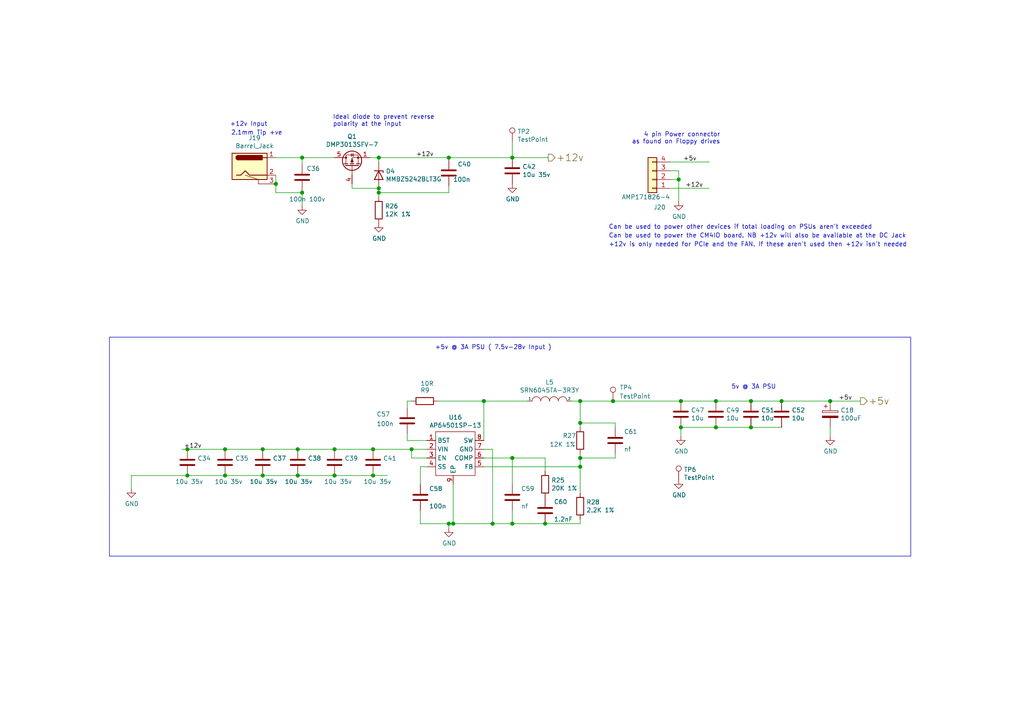
<source format=kicad_sch>
(kicad_sch (version 20250114) (generator "eeschema") (generator_version "9.0")
  (paper "A4")
  (title_block (title "Compute Module 4 IO USB3 Board - PSUs") (company "Copyright © 2020-2022 Raspberry Pi Ltd (formerly Raspberry Pi (Trading) Ltd.)") (comment 1 "www.raspberrypi.com"))
  (lib_symbols
    (symbol "CM4IO:AP64351"
      (property "Reference" "U" (at 0 8.89 0))
      (property "Value" "AP64351" (at 1.27 6.35 0))
      (symbol "AP64351_0_1"
        (rectangle (start -5.08 5.08) (end 6.35 -7.62))
      )
      (symbol "AP64351_1_1"
        (pin passive line (at -7.62 2.54 0) (length 2.54) (name "BST") (number "1"))
        (pin power_in line (at -7.62 0 0) (length 2.54) (name "VIN") (number "2"))
        (pin input line (at -7.62 -2.54 0) (length 2.54) (name "EN") (number "3"))
        (pin input line (at -7.62 -5.08 0) (length 2.54) (name "SS") (number "4"))
        (pin passive line (at 0 -10.16 90) (length 2.54) (name "EP") (number "9"))
        (pin output line (at 8.89 2.54 180) (length 2.54) (name "SW") (number "8"))
        (pin power_in line (at 8.89 0 180) (length 2.54) (name "GND") (number "7"))
        (pin input line (at 8.89 -2.54 180) (length 2.54) (name "COMP") (number "6"))
        (pin input line (at 8.89 -5.08 180) (length 2.54) (name "FB") (number "5"))
      )
    )
    (symbol "CM4IO:Barrel_Jack"
      (property "Reference" "J" (at 0 5.334 0))
      (property "Value" "Barrel_Jack" (at 0 -5.08 0))
      (symbol "Barrel_Jack_0_1"
        (rectangle (start -5.08 3.81) (end 5.08 -3.81) (stroke (width 0.254)) (fill (type background)))
        (polyline (pts (xy -3.81 -2.54) (xy -2.54 -2.54) (xy -1.27 -1.27) (xy 0 -2.54) (xy 2.54 -2.54) (xy 5.08 -2.54)) (stroke (width 0.254)))
        (arc (start -3.302 1.905) (mid -3.9342 2.54) (end -3.302 3.175) (stroke (width 0.254)))
        (arc (start -3.302 1.905) (mid -3.9342 2.54) (end -3.302 3.175) (stroke (width 0.254)) (fill (type outline)))
        (rectangle (start 3.683 3.175) (end -3.302 1.905) (stroke (width 0.254)) (fill (type outline)))
        (polyline (pts (xy 5.08 2.54) (xy 3.81 2.54)) (stroke (width 0.254)))
        (polyline (pts (xy 5.08 -5.08) (xy 2.54 -5.08) (xy 2.54 -3.81) (xy -1.27 -2.54)))
      )
      (symbol "Barrel_Jack_1_1"
        (pin passive line (at 7.62 2.54 180) (length 2.54) (name "~") (number "1"))
        (pin passive line (at 7.62 -2.54 180) (length 2.54) (name "~") (number "2"))
        (pin passive line (at 7.62 -5.08 180) (length 2.54) (name "~") (number "3"))
      )
    )
    (symbol "Connector:TestPoint" (pin_numbers (hide yes)) (pin_names (offset 0.762) (hide yes))
      (property "Reference" "TP" (at 0 6.858 0))
      (property "Value" "TestPoint" (at 0 5.08 0))
      (symbol "TestPoint_0_1"
        (circle (center 0 3.302) (radius 0.762))
      )
      (symbol "TestPoint_1_1"
        (pin passive line (at 0 0 90) (length 2.54) (name "1") (number "1"))
      )
    )
    (symbol "Connector_Generic:Conn_01x04" (pin_names (hide yes))
      (property "Reference" "J" (at 0 5.08 0))
      (property "Value" "Conn_01x04" (at 0 -7.62 0))
      (symbol "Conn_01x04_1_1"
        (rectangle (start -1.27 3.81) (end 1.27 -6.35) (stroke (width 0.254)) (fill (type background)))
        (rectangle (start -1.27 2.667) (end 0 2.413))
        (rectangle (start -1.27 0.127) (end 0 -0.127))
        (rectangle (start -1.27 -2.413) (end 0 -2.667))
        (rectangle (start -1.27 -4.953) (end 0 -5.207))
        (pin passive line (at -5.08 2.54 0) (length 3.81) (name "Pin_1") (number "1"))
        (pin passive line (at -5.08 0 0) (length 3.81) (name "Pin_2") (number "2"))
        (pin passive line (at -5.08 -2.54 0) (length 3.81) (name "Pin_3") (number "3"))
        (pin passive line (at -5.08 -5.08 0) (length 3.81) (name "Pin_4") (number "4"))
      )
    )
    (symbol "Device:C" (pin_numbers (hide yes)) (pin_names (offset 0.254))
      (property "Reference" "C" (at 0.635 2.54 0))
      (property "Value" "C" (at 0.635 -2.54 0))
      (symbol "C_0_1"
        (polyline (pts (xy -2.032 0.762) (xy 2.032 0.762)) (stroke (width 0.508)))
        (polyline (pts (xy -2.032 -0.762) (xy 2.032 -0.762)) (stroke (width 0.508)))
      )
      (symbol "C_1_1"
        (pin passive line (at 0 3.81 270) (length 2.794) (name "~") (number "1"))
        (pin passive line (at 0 -3.81 90) (length 2.794) (name "~") (number "2"))
      )
    )
    (symbol "Device:CP" (pin_numbers (hide yes)) (pin_names (offset 0.254))
      (property "Reference" "C" (at 0.635 2.54 0))
      (property "Value" "CP" (at 0.635 -2.54 0))
      (symbol "CP_0_1"
        (rectangle (start -2.286 0.508) (end 2.286 1.016))
        (polyline (pts (xy -1.778 2.286) (xy -0.762 2.286)))
        (polyline (pts (xy -1.27 2.794) (xy -1.27 1.778)))
        (rectangle (start 2.286 -0.508) (end -2.286 -1.016) (fill (type outline)))
      )
      (symbol "CP_1_1"
        (pin passive line (at 0 3.81 270) (length 2.794) (name "~") (number "1"))
        (pin passive line (at 0 -3.81 90) (length 2.794) (name "~") (number "2"))
      )
    )
    (symbol "Device:R" (pin_numbers (hide yes)) (pin_names (offset 0))
      (property "Reference" "R" (at 2.032 0 90))
      (property "Value" "R" (at 0 0 90))
      (symbol "R_0_1"
        (rectangle (start -1.016 -2.54) (end 1.016 2.54) (stroke (width 0.254)))
      )
      (symbol "R_1_1"
        (pin passive line (at 0 3.81 270) (length 1.27) (name "~") (number "1"))
        (pin passive line (at 0 -3.81 90) (length 1.27) (name "~") (number "2"))
      )
    )
    (symbol "Diode:BZX84Cxx" (pin_numbers (hide yes)) (pin_names (hide yes))
      (property "Reference" "D" (at 0 2.54 0))
      (property "Value" "BZX84Cxx" (at 0 -2.54 0))
      (symbol "BZX84Cxx_0_1"
        (polyline (pts (xy -1.27 -1.27) (xy -1.27 1.27) (xy -0.762 1.27)) (stroke (width 0.254)))
        (polyline (pts (xy 1.27 0) (xy -1.27 0)))
        (polyline (pts (xy 1.27 -1.27) (xy 1.27 1.27) (xy -1.27 0) (xy 1.27 -1.27)) (stroke (width 0.254)))
      )
      (symbol "BZX84Cxx_1_1"
        (pin passive line (at -3.81 0 0) (length 2.54) (name "K") (number "1"))
        (pin passive line (at 3.81 0 180) (length 2.54) (name "A") (number "2"))
      )
    )
    (symbol "Transistor_FET:DMP3013SFV" (pin_names (hide yes))
      (property "Reference" "Q" (at 5.08 1.905 0))
      (property "Value" "DMP3013SFV" (at 5.08 0 0))
      (symbol "DMP3013SFV_0_1"
        (polyline (pts (xy 0.254 1.905) (xy 0.254 -1.905)) (stroke (width 0.254)))
        (polyline (pts (xy 0.254 0) (xy -2.54 0)))
        (polyline (pts (xy 0.762 2.286) (xy 0.762 1.27)) (stroke (width 0.254)))
        (polyline (pts (xy 0.762 1.778) (xy 3.302 1.778) (xy 3.302 -1.778) (xy 0.762 -1.778)))
        (polyline (pts (xy 0.762 0.508) (xy 0.762 -0.508)) (stroke (width 0.254)))
        (polyline (pts (xy 0.762 -1.27) (xy 0.762 -2.286)) (stroke (width 0.254)))
        (circle (center 1.651 0) (radius 2.794) (stroke (width 0.254)))
        (polyline (pts (xy 2.286 0) (xy 1.27 0.381) (xy 1.27 -0.381) (xy 2.286 0)) (fill (type outline)))
        (polyline (pts (xy 2.54 2.54) (xy 2.54 1.778)))
        (circle (center 2.54 1.778) (radius 0.254) (fill (type outline)))
        (circle (center 2.54 -1.778) (radius 0.254) (fill (type outline)))
        (polyline (pts (xy 2.54 -2.54) (xy 2.54 0) (xy 0.762 0)))
        (polyline (pts (xy 2.794 -0.508) (xy 2.921 -0.381) (xy 3.683 -0.381) (xy 3.81 -0.254)))
        (polyline (pts (xy 3.302 -0.381) (xy 2.921 0.254) (xy 3.683 0.254) (xy 3.302 -0.381)))
      )
      (symbol "DMP3013SFV_1_1"
        (pin passive line (at -5.08 0 0) (length 2.54) (name "G") (number "4"))
        (pin passive line (at 2.54 5.08 270) (length 2.54) (name "D") (number "5"))
        (pin passive line (at 2.54 -5.08 90) (length 2.54) (name "S") (number "1"))
        (pin passive line (at 2.54 -5.08 90) (length 2.54) (hide yes) (name "S") (number "2"))
        (pin passive line (at 2.54 -5.08 90) (length 2.54) (hide yes) (name "S") (number "3"))
      )
    )
    (symbol "power:GND" (power) (pin_names (offset 0))
      (property "Value" "GND" (at 0 -3.81 0))
      (symbol "GND_0_1"
        (polyline (pts (xy 0 0) (xy 0 -1.27) (xy 1.27 -1.27) (xy 0 -2.54) (xy -1.27 -1.27) (xy 0 -1.27)))
      )
      (symbol "GND_1_1"
        (pin power_in line (at 0 0 270) (length 0) (hide yes) (name "GND") (number "1"))
      )
    )
    (symbol "pspice:INDUCTOR" (pin_numbers (hide yes)) (pin_names (offset 0))
      (property "Reference" "L" (at 0 2.54 0))
      (property "Value" "INDUCTOR" (at 0 -1.27 0))
      (symbol "INDUCTOR_0_1"
        (arc (start -5.08 0) (mid -3.81 1.2645) (end -2.54 0))
        (arc (start -2.54 0) (mid -1.27 1.2645) (end 0 0))
        (arc (start 0 0) (mid 1.27 1.2645) (end 2.54 0))
        (arc (start 2.54 0) (mid 3.81 1.2645) (end 5.08 0))
      )
      (symbol "INDUCTOR_1_1"
        (pin input line (at -6.35 0 0) (length 1.27) (name "1") (number "1"))
        (pin input line (at 6.35 0 180) (length 1.27) (name "2") (number "2"))
      )
    )
  )
  (text "+5v @ 3A PSU ( 7.5v-28v Input )" (at 160.02 101.6 0) (effects (font (size 1.27 1.27)) (justify right bottom)))
  (text "Can be used to power the CM4IO board. NB +12v will also be available at the DC Jack" (at 176.53 69.215 0) (effects (font (size 1.27 1.27)) (justify left bottom)))
  (text "+12v is only needed for PCIe and the FAN. If these aren't used then +12v isn't needed" (at 176.53 71.755 0) (effects (font (size 1.27 1.27)) (justify left bottom)))
  (text "Ideal diode to prevent reverse\npolarity at the input" (at 96.52 36.83 0) (effects (font (size 1.27 1.27)) (justify left bottom)))
  (text "+12v Input" (at 66.675 36.83 0) (effects (font (size 1.27 1.27)) (justify left bottom)))
  (text "2.1mm Tip +ve" (at 81.915 39.37 0) (effects (font (size 1.27 1.27)) (justify right bottom)))
  (text "Can be used to power other devices if total loading on PSUs aren't exceeded" (at 176.53 66.675 0) (effects (font (size 1.27 1.27)) (justify left bottom)))
  (text "4 pin Power connector\nas found on Floppy drives" (at 208.915 41.91 0) (effects (font (size 1.27 1.27)) (justify right bottom)))
  (text "5v @ 3A PSU\n" (at 212.09 113.03 0) (effects (font (size 1.27 1.27)) (justify left bottom)))
  (junction (at 142.875 151.892) (diameter 1.016))
  (junction (at 54.356 130.302) (diameter 1.016))
  (junction (at 131.445 151.892) (diameter 1.016))
  (junction (at 87.63 55.88) (diameter 1.016))
  (junction (at 130.175 151.892) (diameter 1.016))
  (junction (at 86.36 137.922) (diameter 1.016))
  (junction (at 217.805 123.952) (diameter 1.016))
  (junction (at 97.028 130.302) (diameter 1.016))
  (junction (at 86.36 130.302) (diameter 1.016))
  (junction (at 240.792 116.332) (diameter 1.016))
  (junction (at 108.204 130.302) (diameter 1.016))
  (junction (at 168.275 122.682) (diameter 1.016))
  (junction (at 197.485 123.952) (diameter 1.016))
  (junction (at 226.695 116.332) (diameter 1.016))
  (junction (at 148.59 45.72) (diameter 1.016))
  (junction (at 196.85 52.07) (diameter 1.016))
  (junction (at 177.8 116.332) (diameter 1.016))
  (junction (at 168.275 116.332) (diameter 1.016))
  (junction (at 109.855 54.61) (diameter 1.016))
  (junction (at 217.805 116.332) (diameter 1.016))
  (junction (at 168.275 132.842) (diameter 1.016))
  (junction (at 65.278 137.922) (diameter 1.016))
  (junction (at 168.275 135.382) (diameter 1.016))
  (junction (at 119.38 130.302) (diameter 1.016))
  (junction (at 87.63 45.72) (diameter 1.016))
  (junction (at 65.278 130.302) (diameter 1.016))
  (junction (at 148.59 132.842) (diameter 1.016))
  (junction (at 97.028 137.922) (diameter 1.016))
  (junction (at 207.645 123.952) (diameter 1.016))
  (junction (at 54.356 137.922) (diameter 1.016))
  (junction (at 197.485 116.332) (diameter 1.016))
  (junction (at 158.115 151.892) (diameter 1.016))
  (junction (at 80.01 53.34) (diameter 1.016))
  (junction (at 207.645 116.332) (diameter 1.016))
  (junction (at 76.2 137.922) (diameter 1.016))
  (junction (at 109.855 45.72) (diameter 1.016))
  (junction (at 109.855 55.88) (diameter 1.016))
  (junction (at 140.335 116.332) (diameter 1.016))
  (junction (at 108.204 137.922) (diameter 1.016))
  (junction (at 76.2 130.302) (diameter 1.016))
  (junction (at 148.59 151.892) (diameter 1.016))
  (junction (at 130.175 45.72) (diameter 1.016))
  (wire (pts (xy 131.445 151.892) (xy 142.875 151.892)))
  (wire (pts (xy 80.01 55.88) (xy 87.63 55.88)))
  (wire (pts (xy 142.875 151.892) (xy 148.59 151.892)))
  (wire (pts (xy 86.36 137.922) (xy 97.028 137.922)))
  (wire (pts (xy 178.435 132.842) (xy 178.435 131.572)))
  (wire (pts (xy 168.275 122.682) (xy 178.435 122.682)))
  (wire (pts (xy 197.485 116.332) (xy 207.645 116.332)))
  (wire (pts (xy 158.115 151.892) (xy 168.275 151.892)))
  (wire (pts (xy 194.31 46.99) (xy 205.74 46.99)))
  (wire (pts (xy 121.92 135.382) (xy 121.92 140.462)))
  (wire (pts (xy 168.275 116.332) (xy 168.275 122.682)))
  (wire (pts (xy 87.63 55.88) (xy 87.63 59.69)))
  (wire (pts (xy 196.85 52.07) (xy 196.85 58.42)))
  (wire (pts (xy 87.63 45.72) (xy 97.028 45.72)))
  (wire (pts (xy 65.278 130.302) (xy 76.2 130.302)))
  (wire (pts (xy 165.735 116.332) (xy 168.275 116.332)))
  (wire (pts (xy 118.11 125.857) (xy 118.11 127.762)))
  (wire (pts (xy 178.435 122.682) (xy 178.435 123.952)))
  (wire (pts (xy 80.01 45.72) (xy 87.63 45.72)))
  (polyline (pts (xy 264.16 97.79) (xy 264.16 161.29)) (stroke (width 0) (type solid)))
  (wire (pts (xy 197.485 123.952) (xy 197.485 126.492)))
  (wire (pts (xy 123.825 135.382) (xy 121.92 135.382)))
  (wire (pts (xy 148.59 132.842) (xy 148.59 140.462)))
  (wire (pts (xy 119.38 130.302) (xy 119.38 132.842)))
  (wire (pts (xy 109.855 55.88) (xy 130.175 55.88)))
  (wire (pts (xy 148.59 45.72) (xy 159.004 45.72)))
  (wire (pts (xy 102.108 53.34) (xy 102.108 54.61)))
  (wire (pts (xy 54.356 130.302) (xy 65.278 130.302)))
  (wire (pts (xy 109.855 45.72) (xy 130.175 45.72)))
  (polyline (pts (xy 31.75 97.79) (xy 31.75 161.29)) (stroke (width 0) (type solid)))
  (wire (pts (xy 140.335 130.302) (xy 142.875 130.302)))
  (wire (pts (xy 130.175 55.88) (xy 130.175 53.975)))
  (wire (pts (xy 130.175 151.892) (xy 131.445 151.892)))
  (wire (pts (xy 80.01 53.34) (xy 80.01 50.8)))
  (wire (pts (xy 240.792 123.952) (xy 240.792 126.492)))
  (wire (pts (xy 168.275 132.842) (xy 178.435 132.842)))
  (wire (pts (xy 148.59 148.082) (xy 148.59 151.892)))
  (wire (pts (xy 168.275 122.682) (xy 168.275 123.952)))
  (wire (pts (xy 118.11 118.237) (xy 118.11 116.332)))
  (wire (pts (xy 109.855 55.88) (xy 109.855 57.15)))
  (wire (pts (xy 80.01 55.88) (xy 80.01 53.34)))
  (wire (pts (xy 107.188 45.72) (xy 109.855 45.72)))
  (wire (pts (xy 194.31 54.61) (xy 205.74 54.61)))
  (wire (pts (xy 148.59 151.892) (xy 158.115 151.892)))
  (wire (pts (xy 158.115 136.652) (xy 158.115 132.842)))
  (wire (pts (xy 65.278 137.922) (xy 76.2 137.922)))
  (wire (pts (xy 148.59 132.842) (xy 158.115 132.842)))
  (wire (pts (xy 118.11 116.332) (xy 119.38 116.332)))
  (wire (pts (xy 168.275 135.382) (xy 168.275 143.002)))
  (wire (pts (xy 194.31 52.07) (xy 196.85 52.07)))
  (wire (pts (xy 76.2 130.302) (xy 86.36 130.302)))
  (wire (pts (xy 217.805 123.952) (xy 207.645 123.952)))
  (wire (pts (xy 130.175 45.72) (xy 148.59 45.72)))
  (wire (pts (xy 87.63 45.72) (xy 87.63 47.625)))
  (wire (pts (xy 207.645 123.952) (xy 197.485 123.952)))
  (wire (pts (xy 142.875 130.302) (xy 142.875 151.892)))
  (wire (pts (xy 109.855 45.72) (xy 109.855 46.99)))
  (wire (pts (xy 194.31 49.53) (xy 196.85 49.53)))
  (wire (pts (xy 119.38 130.302) (xy 123.825 130.302)))
  (wire (pts (xy 130.175 45.72) (xy 130.175 46.355)))
  (wire (pts (xy 109.855 54.61) (xy 109.855 55.88)))
  (wire (pts (xy 140.335 132.842) (xy 148.59 132.842)))
  (wire (pts (xy 38.1 137.922) (xy 38.1 141.732)))
  (wire (pts (xy 140.335 135.382) (xy 168.275 135.382)))
  (wire (pts (xy 168.275 131.572) (xy 168.275 132.842)))
  (wire (pts (xy 108.204 130.302) (xy 119.38 130.302)))
  (wire (pts (xy 97.028 130.302) (xy 108.204 130.302)))
  (wire (pts (xy 121.92 151.892) (xy 130.175 151.892)))
  (wire (pts (xy 76.2 137.922) (xy 86.36 137.922)))
  (wire (pts (xy 127 116.332) (xy 140.335 116.332)))
  (wire (pts (xy 38.1 137.922) (xy 54.356 137.922)))
  (wire (pts (xy 102.108 54.61) (xy 109.855 54.61)))
  (wire (pts (xy 148.59 41.148) (xy 148.59 45.72)))
  (wire (pts (xy 226.695 123.952) (xy 217.805 123.952)))
  (wire (pts (xy 140.335 116.332) (xy 140.335 127.762)))
  (wire (pts (xy 207.645 116.332) (xy 217.805 116.332)))
  (wire (pts (xy 177.8 116.332) (xy 197.485 116.332)))
  (polyline (pts (xy 31.75 97.79) (xy 264.16 97.79)) (stroke (width 0) (type solid)))
  (wire (pts (xy 130.175 153.162) (xy 130.175 151.892)))
  (wire (pts (xy 226.695 116.332) (xy 240.792 116.332)))
  (wire (pts (xy 121.92 148.082) (xy 121.92 151.892)))
  (wire (pts (xy 97.028 137.922) (xy 108.204 137.922)))
  (wire (pts (xy 140.335 116.332) (xy 153.035 116.332)))
  (wire (pts (xy 87.63 55.245) (xy 87.63 55.88)))
  (wire (pts (xy 86.36 130.302) (xy 97.028 130.302)))
  (wire (pts (xy 131.445 140.462) (xy 131.445 151.892)))
  (wire (pts (xy 108.204 137.922) (xy 112.395 137.922)))
  (wire (pts (xy 168.275 132.842) (xy 168.275 135.382)))
  (wire (pts (xy 119.38 132.842) (xy 123.825 132.842)))
  (wire (pts (xy 54.356 137.922) (xy 65.278 137.922)))
  (wire (pts (xy 240.792 116.332) (xy 249.555 116.332)))
  (wire (pts (xy 168.275 151.892) (xy 168.275 150.622)))
  (wire (pts (xy 168.275 116.332) (xy 177.8 116.332)))
  (wire (pts (xy 118.11 127.762) (xy 123.825 127.762)))
  (wire (pts (xy 217.805 116.332) (xy 226.695 116.332)))
  (wire (pts (xy 52.705 130.302) (xy 54.356 130.302)))
  (polyline (pts (xy 264.16 161.29) (xy 31.75 161.29)) (stroke (width 0) (type solid)))
  (wire (pts (xy 196.85 49.53) (xy 196.85 52.07)))
  (label "+12v" (at 198.755 54.61 0))
  (label "+12v" (at 53.34 130.302 0))
  (label "+5v" (at 243.205 116.332 0))
  (label "+5v" (at 198.12 46.99 0))
  (label "+12v" (at 120.65 45.72 0))
  (hierarchical_label "+12v" (shape output) (at 159.004 45.72 0) (effects (font (size 2.0066 2.0066))))
  (hierarchical_label "+5v" (shape output) (at 249.555 116.332 0) (effects (font (size 2.0066 2.0066))))
  (symbol (lib_id "power:GND") (at 148.59 53.34 0) (unit 1)
    (property "Reference" "#PWR043" (effects (hide yes)))
    (property "Value" "GND" (at 148.717 57.7342 0))
  )
  (symbol (lib_id "power:GND") (at 87.63 59.69 0) (unit 1)
    (property "Reference" "#PWR041" (effects (hide yes)))
    (property "Value" "GND" (at 87.757 64.0842 0))
  )
  (symbol (lib_id "Device:C") (at 197.485 120.142 0) (unit 1)
    (property "Reference" "C47" (at 200.406 118.9736 0) (effects (justify left)))
    (property "Value" "10u" (at 200.406 121.285 0) (effects (justify left)))
    (property "Footprint" "Capacitor_SMD:C_0805_2012Metric" (effects (hide yes)))
    (property "Datasheet" "https://search.murata.co.jp/Ceramy/image/img/A01X/G101/ENG/GRM21BR71A106KA73-01.pdf" (effects (hide yes)))
    (property "Field5" "490-14381-1-ND" (effects (hide yes)))
    (property "Field4" "Digikey" (effects (hide yes)))
    (property "Field6" "GRM21BR71A106KA73L" (effects (hide yes)))
    (property "Field7" "Murata" (effects (hide yes)))
    (property "Part Description" "	10uF 10% 10V Ceramic Capacitor X7R 0805 (2012 Metric)" (effects (hide yes)))
    (property "Field8" "111893011" (effects (hide yes)))
  )
  (symbol (lib_id "Device:C") (at 207.645 120.142 0) (unit 1)
    (property "Reference" "C49" (at 210.566 118.9736 0) (effects (justify left)))
    (property "Value" "10u" (at 210.566 121.285 0) (effects (justify left)))
    (property "Footprint" "Capacitor_SMD:C_0805_2012Metric" (effects (hide yes)))
    (property "Datasheet" "https://search.murata.co.jp/Ceramy/image/img/A01X/G101/ENG/GRM21BR71A106KA73-01.pdf" (effects (hide yes)))
    (property "Field5" "490-14381-1-ND" (effects (hide yes)))
    (property "Field4" "Digikey" (effects (hide yes)))
    (property "Field6" "GRM21BR71A106KA73L" (effects (hide yes)))
    (property "Field7" "Murata" (effects (hide yes)))
    (property "Part Description" "	10uF 10% 10V Ceramic Capacitor X7R 0805 (2012 Metric)" (effects (hide yes)))
    (property "Field8" "111893011" (effects (hide yes)))
  )
  (symbol (lib_id "Device:C") (at 217.805 120.142 0) (unit 1)
    (property "Reference" "C51" (at 220.726 118.9736 0) (effects (justify left)))
    (property "Value" "10u" (at 220.726 121.285 0) (effects (justify left)))
    (property "Footprint" "Capacitor_SMD:C_0805_2012Metric" (effects (hide yes)))
    (property "Datasheet" "https://search.murata.co.jp/Ceramy/image/img/A01X/G101/ENG/GRM21BR71A106KA73-01.pdf" (effects (hide yes)))
    (property "Field5" "490-14381-1-ND" (effects (hide yes)))
    (property "Field4" "Digikey" (effects (hide yes)))
    (property "Field6" "GRM21BR71A106KA73L" (effects (hide yes)))
    (property "Field7" "Murata" (effects (hide yes)))
    (property "Part Description" "	10uF 10% 10V Ceramic Capacitor X7R 0805 (2012 Metric)" (effects (hide yes)))
    (property "Field8" "111893011" (effects (hide yes)))
  )
  (symbol (lib_id "Device:C") (at 226.695 120.142 0) (unit 1)
    (property "Reference" "C52" (at 229.616 118.9736 0) (effects (justify left)))
    (property "Value" "10u" (at 229.616 121.285 0) (effects (justify left)))
    (property "Footprint" "Capacitor_SMD:C_0805_2012Metric" (effects (hide yes)))
    (property "Datasheet" "https://search.murata.co.jp/Ceramy/image/img/A01X/G101/ENG/GRM21BR71A106KA73-01.pdf" (effects (hide yes)))
    (property "Field5" "490-14381-1-ND" (effects (hide yes)))
    (property "Field4" "Digikey" (effects (hide yes)))
    (property "Field6" "GRM21BR71A106KA73L" (effects (hide yes)))
    (property "Field7" "Murata" (effects (hide yes)))
    (property "Part Description" "	10uF 10% 10V Ceramic Capacitor X7R 0805 (2012 Metric)" (effects (hide yes)))
    (property "Field8" "111893011" (effects (hide yes)))
  )
  (symbol (lib_id "Device:C") (at 87.63 51.435 0) (unit 1)
    (property "Reference" "C36" (at 88.9 48.895 0) (effects (justify left)))
    (property "Value" "100n 100v" (at 83.82 57.785 0) (effects (justify left)))
    (property "Footprint" "Capacitor_SMD:C_0402_1005Metric" (effects (hide yes)))
    (property "Datasheet" "https://psearch.en.murata.com/capacitor/product/GRM155R62A104KE14%23.pdf" (effects (hide yes)))
    (property "Field4" "Farnell" (effects (hide yes)))
    (property "Field5" "2611907" (effects (hide yes)))
    (property "Field6" "GRM155R62A104KE14D" (effects (hide yes)))
    (property "Field7" "Murata" (effects (hide yes)))
    (property "Part Description" "	0.1uF 10% 100V Ceramic Capacitor X5R 0402 (1005 Metric)" (effects (hide yes)))
  )
  (symbol (lib_id "power:GND") (at 109.855 64.77 0) (unit 1)
    (property "Reference" "#PWR042" (effects (hide yes)))
    (property "Value" "GND" (at 109.982 69.1642 0))
  )
  (symbol (lib_id "Connector_Generic:Conn_01x04") (at 189.23 52.07 180) (unit 1)
    (property "Reference" "J20" (at 191.3128 60.1218 0))
    (property "Value" "AMP171826-4" (at 187.325 57.15 0))
    (property "Footprint" "171826-4:TE_171826-4" (effects (hide yes)))
    (property "Datasheet" "https://www.te.com/usa-en/product-171826-4.html" (effects (hide yes)))
    (property "Field4" "Farnell" (effects (hide yes)))
    (property "Field5" "	1056115" (effects (hide yes)))
    (property "Field6" "AMP171826-4" (effects (hide yes)))
    (property "Field7" "AMP-TE" (effects (hide yes)))
    (property "Part Description" "Wire-To-Board Connector, Right Angle, 2.54 mm, 4 Contacts, Header, AMP EI Series, Through Hole" (effects (hide yes)))
  )
  (symbol (lib_id "power:GND") (at 196.85 58.42 0) (unit 1)
    (property "Reference" "#PWR045" (effects (hide yes)))
    (property "Value" "GND" (at 196.977 62.8142 0))
  )
  (symbol (lib_id "CM4IO:Barrel_Jack") (at 72.39 48.26 0) (unit 1)
    (property "Reference" "J19" (at 73.8378 40.005 0))
    (property "Value" "Barrel_Jack" (at 73.8378 42.3164 0))
    (property "Footprint" "CM4IO:BarrelJack_Horizontal" (effects (hide yes)))
    (property "Datasheet" "https://www.toby.co.uk/uploads/publications/842.pdf" (effects (hide yes)))
    (property "Field4" "Toby" (effects (hide yes)))
    (property "Field5" "DC-001-A-2.1mm-R" (effects (hide yes)))
    (property "Part Description" "DC Power Connectors PCB 2.1MM" (effects (hide yes)))
    (property "Field6" "DC-001-A-2.1mm-R" (effects (hide yes)))
    (property "Field7" "Valcon" (effects (hide yes)))
  )
  (symbol (lib_id "Diode:BZX84Cxx") (at 109.855 50.8 270) (unit 1)
    (property "Reference" "D4" (at 111.887 49.657 90) (effects (justify left)))
    (property "Value" "MMBZ5242BLT3G" (at 111.887 51.943 90) (effects (justify left)))
    (property "Footprint" "Diode_SMD:D_SOT-23_ANK" (effects (hide yes)))
    (property "Datasheet" "https://diotec.com/tl_files/diotec/files/pdf/datasheets/bzx84c2v4.pdf" (effects (hide yes)))
    (property "Field4" "Digikey" (effects (hide yes)))
    (property "Field5" "	MMBZ5242BLT3GOSCT-ND" (effects (hide yes)))
    (property "Field6" "MMBZ5242BLT3G" (effects (hide yes)))
    (property "Field7" "Onsemi" (effects (hide yes)))
    (property "Part Description" "	Zener Diode 12V 225mW 5% Surface Mount SOT-23-3 (TO-236)" (effects (hide yes)))
  )
  (symbol (lib_id "Device:R") (at 109.855 60.96 0) (unit 1)
    (property "Reference" "R26" (at 111.633 59.7916 0) (effects (justify left)))
    (property "Value" "12K 1%" (at 111.633 62.103 0) (effects (justify left)))
    (property "Footprint" "Resistor_SMD:R_0402_1005Metric" (effects (hide yes)))
    (property "Datasheet" "https://fscdn.rohm.com/en/products/databook/datasheet/passive/resistor/chip_resistor/mcr-e.pdf" (effects (hide yes)))
    (property "Field4" "Farnell" (effects (hide yes)))
    (property "Field5" "9239367" (effects (hide yes)))
    (property "Field7" "Rohm" (effects (hide yes)))
    (property "Field6" "MCR01MZPF1202" (effects (hide yes)))
    (property "Part Description" "Resistor 12K M1005 1% 63mW" (effects (hide yes)))
  )
  (symbol (lib_id "Device:C") (at 130.175 50.165 0) (unit 1)
    (property "Reference" "C40" (at 132.715 47.625 0) (effects (justify left)))
    (property "Value" "100n" (at 131.445 52.07 0) (effects (justify left)))
    (property "Footprint" "Capacitor_SMD:C_0402_1005Metric" (effects (hide yes)))
    (property "Datasheet" "https://search.murata.co.jp/Ceramy/image/img/A01X/G101/ENG/GRM155R71C104KA88-01.pdf" (effects (hide yes)))
    (property "Field4" "Farnell" (effects (hide yes)))
    (property "Field5" "2611911" (effects (hide yes)))
    (property "Field6" "RM EMK105 B7104KV-F" (effects (hide yes)))
    (property "Field7" "TAIYO YUDEN EUROPE GMBH" (effects (hide yes)))
    (property "Part Description" "	0.1uF 10% 16V Ceramic Capacitor X7R 0402 (1005 Metric)" (effects (hide yes)))
    (property "Field8" "110091611" (effects (hide yes)))
  )
  (symbol (lib_id "power:GND") (at 197.485 126.492 0) (unit 1)
    (property "Reference" "#PWR0118" (effects (hide yes)))
    (property "Value" "GND" (at 197.612 130.8862 0))
  )
  (symbol (lib_id "Device:C") (at 118.11 122.047 0) (unit 1)
    (property "Reference" "C57" (at 109.22 120.142 0) (effects (justify left)))
    (property "Value" "100n" (at 109.22 122.936 0) (effects (justify left)))
    (property "Footprint" "Capacitor_SMD:C_0402_1005Metric" (effects (hide yes)))
    (property "Datasheet" "https://search.murata.co.jp/Ceramy/image/img/A01X/G101/ENG/GRM155R71C104KA88-01.pdf" (effects (hide yes)))
    (property "Field4" "Farnell" (effects (hide yes)))
    (property "Field5" "2611911" (effects (hide yes)))
    (property "Field6" "RM EMK105 B7104KV-F" (effects (hide yes)))
    (property "Field7" "TAIYO YUDEN EUROPE GMBH" (effects (hide yes)))
    (property "Part Description" "	0.1uF 10% 16V Ceramic Capacitor X7R 0402 (1005 Metric)" (effects (hide yes)))
    (property "Field8" "110091611" (effects (hide yes)))
  )
  (symbol (lib_id "Device:R") (at 123.19 116.332 270) (unit 1)
    (property "Reference" "R9" (at 121.92 113.157 90) (effects (justify left)))
    (property "Value" "10R" (at 121.92 111.252 90) (effects (justify left)))
    (property "Footprint" "Resistor_SMD:R_0402_1005Metric" (effects (hide yes)))
    (property "Datasheet" "https://fscdn.rohm.com/en/products/databook/datasheet/passive/resistor/chip_resistor/mcr-e.pdf" (effects (hide yes)))
    (property "Field4" "Farnell" (effects (hide yes)))
    (property "Field5" "9238999" (effects (hide yes)))
    (property "Field7" "Yageo" (effects (hide yes)))
    (property "Field6" "RC0402FR-0710RL" (effects (hide yes)))
    (property "Field8" "URES00256" (effects (hide yes)))
    (property "Part Description" "Resistor 10R M1005 1% 63mW" (effects (hide yes)))
  )
  (symbol (lib_id "Device:C") (at 178.435 127.762 0) (unit 1)
    (property "Reference" "C61" (at 180.975 125.222 0) (effects (justify left)))
    (property "Value" "nf" (at 180.975 130.302 0) (effects (justify left)))
    (property "Footprint" "Capacitor_SMD:C_0402_1005Metric" (effects (hide yes)))
    (property "Datasheet" "http://www.farnell.com/datasheets/2048267.pdf?_ga=2.222777691.1738794919.1588350964-1787849031.1568210898&_gac=1.250356018.1588350964.EAIaIQobChMIgrHHs4yT6QIVxevtCh39TA_nEAAYASAAEgK8PfD_BwE" (effects (hide yes)))
    (property "Field4" "Farnell" (effects (hide yes)))
    (property "Field5" "2666374" (effects (hide yes)))
    (property "Field6" "GRM1555C1H221JA01D" (effects (hide yes)))
    (property "Field7" "Murata" (effects (hide yes)))
    (property "Part Description" "220 pF, 50 V, 0402 [1005 Metric], ± 5%, C0G / NP0/CH, GCM Series" (effects (hide yes)))
  )
  (symbol (lib_id "Device:R") (at 168.275 127.762 0) (unit 1)
    (property "Reference" "R27" (at 163.195 126.365 0) (effects (justify left)))
    (property "Value" "12K 1%" (at 159.385 128.905 0) (effects (justify left)))
    (property "Footprint" "Resistor_SMD:R_0402_1005Metric" (effects (hide yes)))
    (property "Datasheet" "https://fscdn.rohm.com/en/products/databook/datasheet/passive/resistor/chip_resistor/mcr-e.pdf" (effects (hide yes)))
    (property "Field4" "Farnell" (effects (hide yes)))
    (property "Field5" "9239367" (effects (hide yes)))
    (property "Field7" "Rohm" (effects (hide yes)))
    (property "Field6" "MCR01MZPF1202" (effects (hide yes)))
    (property "Part Description" "Resistor 12K M1005 1% 63mW" (effects (hide yes)))
  )
  (symbol (lib_id "pspice:INDUCTOR") (at 159.385 116.332 0) (unit 1)
    (property "Reference" "L5" (at 159.385 110.871 0))
    (property "Value" "SRN6045TA-3R3Y" (at 159.385 113.1824 0))
    (property "Footprint" "Inductor_SMD:L_Bourns_SRN6045TA" (effects (hide yes)))
    (property "Datasheet" "https://www.bourns.com/docs/Product-Datasheets/SRN6045TA.pdf" (effects (hide yes)))
    (property "Field4" "Farnell" (effects (hide yes)))
    (property "Field5" "2616889" (effects (hide yes)))
    (property "Field6" "SRN6045TA-3R3Y" (effects (hide yes)))
    (property "Field7" "Bourns" (effects (hide yes)))
    (property "Part Description" "3.3µH Semi-Shielded Wirewound Inductor 7.8A 21mOhm Nonstandard" (effects (hide yes)))
  )
  (symbol (lib_id "Device:C") (at 158.115 148.082 0) (unit 1)
    (property "Reference" "C60" (at 160.655 145.542 0) (effects (justify left)))
    (property "Value" "1.2nF" (at 160.655 150.622 0) (effects (justify left)))
    (property "Footprint" "Capacitor_SMD:C_0402_1005Metric" (effects (hide yes)))
    (property "Datasheet" "http://www.farnell.com/datasheets/2734135.pdf?_ga=2.259347658.1738794919.1588350964-1787849031.1568210898&_gac=1.15394434.1588350964.EAIaIQobChMIgrHHs4yT6QIVxevtCh39TA_nEAAYASAAEgK8PfD_BwE" (effects (hide yes)))
    (property "Field4" "Digikey" (effects (hide yes)))
    (property "Field5" "490-16429-1-ND" (effects (hide yes)))
    (property "Field6" "GCM155R71H122KA37D" (effects (hide yes)))
    (property "Field7" "Murata" (effects (hide yes)))
    (property "Part Description" "1200pF 10% 10V Ceramic Capacitor X5R 0402 (1005 Metric)" (effects (hide yes)))
  )
  (symbol (lib_id "Device:C") (at 148.59 144.272 0) (unit 1)
    (property "Reference" "C59" (at 151.13 141.732 0) (effects (justify left)))
    (property "Value" "nf" (at 151.13 146.812 0) (effects (justify left)))
    (property "Footprint" "Capacitor_SMD:C_0402_1005Metric" (effects (hide yes)))
  )
  (symbol (lib_id "CM4IO:AP64351") (at 131.445 130.302 0) (unit 1)
    (property "Reference" "U16" (at 132.08 121.0564 0))
    (property "Value" "AP64501SP-13" (at 132.08 123.3678 0))
    (property "Footprint" "Package_SO:SOIC-8-1EP_3.9x4.9mm_P1.27mm_EP2.95x4.9mm_Mask2.71x3.4mm_ThermalVias" (effects (hide yes)))
    (property "Datasheet" "https://www.diodes.com/assets/Datasheets/AP64501.pdf" (effects (hide yes)))
    (property "Field4" "Digikey" (effects (hide yes)))
    (property "Field5" "31-AP64501SP-13CT-ND" (effects (hide yes)))
    (property "Field6" "AP64501SP-13" (effects (hide yes)))
    (property "Field7" "Diodes" (effects (hide yes)))
    (property "Part Description" "Buck Switching Regulator IC Positive Adjustable 0.8V 1 Output 5A 8-SOIC (0.154\", 3.90mm Width) Exposed Pad" (effects (hide yes)))
  )
  (symbol (lib_id "Device:C") (at 121.92 144.272 0) (unit 1)
    (property "Reference" "C58" (at 124.46 141.732 0) (effects (justify left)))
    (property "Value" "100n" (at 124.46 146.812 0) (effects (justify left)))
    (property "Footprint" "Capacitor_SMD:C_0402_1005Metric" (effects (hide yes)))
    (property "Datasheet" "https://search.murata.co.jp/Ceramy/image/img/A01X/G101/ENG/GRM155R71C104KA88-01.pdf" (effects (hide yes)))
    (property "Field4" "Farnell" (effects (hide yes)))
    (property "Field5" "2611911" (effects (hide yes)))
    (property "Field6" "RM EMK105 B7104KV-F" (effects (hide yes)))
    (property "Field7" "TAIYO YUDEN EUROPE GMBH" (effects (hide yes)))
    (property "Part Description" "	0.1uF 10% 16V Ceramic Capacitor X7R 0402 (1005 Metric)" (effects (hide yes)))
    (property "Field8" "110091611" (effects (hide yes)))
  )
  (symbol (lib_id "power:GND") (at 130.175 153.162 0) (unit 1)
    (property "Reference" "#PWR0119" (effects (hide yes)))
    (property "Value" "GND" (at 130.302 157.5562 0))
  )
  (symbol (lib_id "Device:R") (at 168.275 146.812 0) (unit 1)
    (property "Reference" "R28" (at 170.053 145.6436 0) (effects (justify left)))
    (property "Value" "2.2K 1%" (at 170.053 147.955 0) (effects (justify left)))
    (property "Footprint" "Resistor_SMD:R_0402_1005Metric" (effects (hide yes)))
    (property "Datasheet" "https://fscdn.rohm.com/en/products/databook/datasheet/passive/resistor/chip_resistor/mcr-e.pdf" (effects (hide yes)))
    (property "Field4" "Farnell" (effects (hide yes)))
    (property "Field5" "9239278" (effects (hide yes)))
    (property "Field6" "RK73G1ETQTP2201D         " (effects (hide yes)))
    (property "Field7" "KOA EUROPE GMBH" (effects (hide yes)))
    (property "Part Description" "Resistor 2.2K M1005 1% 63mW" (effects (hide yes)))
    (property "Field8" "120889581" (effects (hide yes)))
  )
  (symbol (lib_id "Device:R") (at 158.115 140.462 0) (unit 1)
    (property "Reference" "R25" (at 159.893 139.2936 0) (effects (justify left)))
    (property "Value" "20K 1%" (at 159.893 141.605 0) (effects (justify left)))
    (property "Footprint" "Resistor_SMD:R_0402_1005Metric" (effects (hide yes)))
    (property "Datasheet" "https://fscdn.rohm.com/en/products/databook/datasheet/passive/resistor/chip_resistor/mcr-e.pdf" (effects (hide yes)))
    (property "Field4" "Farnell" (effects (hide yes)))
    (property "Field5" "2331485" (effects (hide yes)))
    (property "Field7" "KOA EUROPE GMBH" (effects (hide yes)))
    (property "Field6" "RK73H1ETTP2002F" (effects (hide yes)))
    (property "Part Description" "Resistor 20K M1005 1% 63mW" (effects (hide yes)))
  )
  (symbol (lib_id "power:GND") (at 38.1 141.732 0) (unit 1)
    (property "Reference" "#PWR0120" (effects (hide yes)))
    (property "Value" "GND" (at 38.227 146.1262 0))
  )
  (symbol (lib_id "Connector:TestPoint") (at 148.59 41.148 0) (unit 1)
    (property "Reference" "TP2" (at 150.0632 38.1508 0) (effects (justify left)))
    (property "Value" "TestPoint" (at 150.0632 40.4622 0) (effects (justify left)))
    (property "Footprint" "TestPoint:TestPoint_Pad_2.0x2.0mm" (effects (hide yes)))
    (property "Field4" "nf" (effects (hide yes)))
    (property "Field5" "nf" (effects (hide yes)))
    (property "Field6" "nf" (effects (hide yes)))
    (property "Field7" "nf" (effects (hide yes)))
  )
  (symbol (lib_id "Connector:TestPoint") (at 196.85 139.192 0) (unit 1)
    (property "Reference" "TP6" (at 198.3232 136.1948 0) (effects (justify left)))
    (property "Value" "TestPoint" (at 198.3232 138.5062 0) (effects (justify left)))
    (property "Footprint" "TestPoint:TestPoint_Pad_2.0x2.0mm" (effects (hide yes)))
    (property "Field4" "nf" (effects (hide yes)))
    (property "Field5" "nf" (effects (hide yes)))
    (property "Field6" "nf" (effects (hide yes)))
    (property "Field7" "nf" (effects (hide yes)))
  )
  (symbol (lib_id "power:GND") (at 196.85 139.192 0) (unit 1)
    (property "Reference" "#PWR0122" (effects (hide yes)))
    (property "Value" "GND" (at 196.977 143.5862 0))
  )
  (symbol (lib_id "Transistor_FET:DMP3013SFV") (at 102.108 48.26 90) (unit 1)
    (property "Reference" "Q1" (at 102.108 39.5986 90))
    (property "Value" "DMP3013SFV-7" (at 102.108 41.91 90))
    (property "Footprint" "Package_SON:Diodes_PowerDI3333-8" (effects (hide yes)))
    (property "Datasheet" "https://www.diodes.com/assets/Datasheets/DMP3013SFV.pdf" (effects (hide yes)))
    (property "Field4" "Farnell" (effects (hide yes)))
    (property "Field5" "3405192" (effects (hide yes)))
    (property "Field6" "DMP3013SFV-7" (effects (hide yes)))
    (property "Field7" "Diodes" (effects (hide yes)))
    (property "Part Description" "DMP3013SFV-7 -  Power MOSFET, P Channel, 30 V, 12 A, 0.008 ohm, PowerDI3333, Surface Mount" (effects (hide yes)))
  )
  (symbol (lib_id "power:GND") (at 240.792 126.492 0) (unit 1)
    (property "Reference" "#PWR02" (effects (hide yes)))
    (property "Value" "GND" (at 240.919 130.8862 0))
  )
  (symbol (lib_id "Device:C") (at 108.204 134.112 0) (unit 1)
    (property "Reference" "C41" (at 111.125 132.9436 0) (effects (justify left)))
    (property "Value" "10u 35v" (at 105.41 139.7 0) (effects (justify left)))
    (property "Footprint" "Capacitor_SMD:C_0805_2012Metric" (effects (hide yes)))
    (property "Datasheet" "https://www.murata.com/en-global/products/productdetail.aspx?partno=GRM21BC8YA106ME11%23" (effects (hide yes)))
    (property "Field5" "490-10505-1-ND" (effects (hide yes)))
    (property "Field4" "Digikey" (effects (hide yes)))
    (property "Field6" "GRM21BC8YA106KE11L " (effects (hide yes)))
    (property "Field7" "Murata" (effects (hide yes)))
    (property "Part Description" "	10uF 10% or 20% 35V Ceramic Capacitor X6S 0805 (2012 Metric)" (effects (hide yes)))
  )
  (symbol (lib_id "Device:C") (at 97.028 134.112 0) (unit 1)
    (property "Reference" "C39" (at 99.949 132.9436 0) (effects (justify left)))
    (property "Value" "10u 35v" (at 93.98 139.7 0) (effects (justify left)))
    (property "Footprint" "Capacitor_SMD:C_0805_2012Metric" (effects (hide yes)))
    (property "Datasheet" "https://www.murata.com/en-global/products/productdetail.aspx?partno=GRM21BC8YA106ME11%23" (effects (hide yes)))
    (property "Field5" "490-10505-1-ND" (effects (hide yes)))
    (property "Field4" "Digikey" (effects (hide yes)))
    (property "Field6" "GRM21BC8YA106KE11L " (effects (hide yes)))
    (property "Field7" "Murata" (effects (hide yes)))
    (property "Part Description" "	10uF 10% or 20% 35V Ceramic Capacitor X6S 0805 (2012 Metric)" (effects (hide yes)))
  )
  (symbol (lib_id "Device:C") (at 86.36 134.112 0) (unit 1)
    (property "Reference" "C38" (at 89.281 132.9436 0) (effects (justify left)))
    (property "Value" "10u 35v" (at 82.55 139.7 0) (effects (justify left)))
    (property "Footprint" "Capacitor_SMD:C_0805_2012Metric" (effects (hide yes)))
    (property "Datasheet" "https://www.murata.com/en-global/products/productdetail.aspx?partno=GRM21BC8YA106ME11%23" (effects (hide yes)))
    (property "Field5" "490-10505-1-ND" (effects (hide yes)))
    (property "Field4" "Digikey" (effects (hide yes)))
    (property "Field6" "GRM21BC8YA106KE11L " (effects (hide yes)))
    (property "Field7" "Murata" (effects (hide yes)))
    (property "Part Description" "	10uF 10% or 20% 35V Ceramic Capacitor X6S 0805 (2012 Metric)" (effects (hide yes)))
  )
  (symbol (lib_id "Device:C") (at 76.2 134.112 0) (unit 1)
    (property "Reference" "C37" (at 79.121 132.9436 0) (effects (justify left)))
    (property "Value" "10u 35v" (at 72.39 139.7 0) (effects (justify left)))
    (property "Footprint" "Capacitor_SMD:C_0805_2012Metric" (effects (hide yes)))
    (property "Datasheet" "https://www.murata.com/en-global/products/productdetail.aspx?partno=GRM21BC8YA106ME11%23" (effects (hide yes)))
    (property "Field5" "490-10505-1-ND" (effects (hide yes)))
    (property "Field4" "Digikey" (effects (hide yes)))
    (property "Field6" "GRM21BC8YA106KE11L " (effects (hide yes)))
    (property "Field7" "Murata" (effects (hide yes)))
    (property "Part Description" "	10uF 10% or 20% 35V Ceramic Capacitor X6S 0805 (2012 Metric)" (effects (hide yes)))
  )
  (symbol (lib_id "Device:C") (at 65.278 134.112 0) (unit 1)
    (property "Reference" "C35" (at 68.199 132.9436 0) (effects (justify left)))
    (property "Value" "10u 35v" (at 62.23 139.7 0) (effects (justify left)))
    (property "Footprint" "Capacitor_SMD:C_0805_2012Metric" (effects (hide yes)))
    (property "Datasheet" "https://www.murata.com/en-global/products/productdetail.aspx?partno=GRM21BC8YA106ME11%23" (effects (hide yes)))
    (property "Field5" "490-10505-1-ND" (effects (hide yes)))
    (property "Field4" "Digikey" (effects (hide yes)))
    (property "Field6" "GRM21BC8YA106KE11L " (effects (hide yes)))
    (property "Field7" "Murata" (effects (hide yes)))
    (property "Part Description" "	10uF 10% or 20% 35V Ceramic Capacitor X6S 0805 (2012 Metric)" (effects (hide yes)))
  )
  (symbol (lib_id "Device:C") (at 54.356 134.112 0) (unit 1)
    (property "Reference" "C34" (at 57.277 132.9436 0) (effects (justify left)))
    (property "Value" "10u 35v" (at 50.8 139.7 0) (effects (justify left)))
    (property "Footprint" "Capacitor_SMD:C_0805_2012Metric" (effects (hide yes)))
    (property "Datasheet" "https://www.murata.com/en-global/products/productdetail.aspx?partno=GRM21BC8YA106ME11%23" (effects (hide yes)))
    (property "Field5" "490-10505-1-ND" (effects (hide yes)))
    (property "Field4" "Digikey" (effects (hide yes)))
    (property "Field6" "GRM21BC8YA106KE11L " (effects (hide yes)))
    (property "Field7" "Murata" (effects (hide yes)))
    (property "Part Description" "	10uF 10% or 20% 35V Ceramic Capacitor X6S 0805 (2012 Metric)" (effects (hide yes)))
  )
  (symbol (lib_id "Device:C") (at 148.59 49.53 0) (unit 1)
    (property "Reference" "C42" (at 151.511 48.3616 0) (effects (justify left)))
    (property "Value" "10u 35v" (at 151.511 50.673 0) (effects (justify left)))
    (property "Footprint" "Capacitor_SMD:C_0805_2012Metric" (effects (hide yes)))
    (property "Datasheet" "https://www.murata.com/en-global/products/productdetail.aspx?partno=GRM21BC8YA106ME11%23" (effects (hide yes)))
    (property "Field5" "490-10505-1-ND" (effects (hide yes)))
    (property "Field4" "Digikey" (effects (hide yes)))
    (property "Field6" "GRM21BC8YA106KE11L " (effects (hide yes)))
    (property "Field7" "Murata" (effects (hide yes)))
    (property "Part Description" "	10uF 10% or 20% 35V Ceramic Capacitor X6S 0805 (2012 Metric)" (effects (hide yes)))
  )
  (symbol (lib_id "Device:CP") (at 240.792 120.142 0) (unit 1)
    (property "Reference" "C18" (at 243.7892 118.999 0) (effects (justify left)))
    (property "Value" "100uF" (at 243.7892 121.285 0) (effects (justify left)))
    (property "Footprint" "Capacitor_Tantalum_SMD:CP_EIA-7343-31_Kemet-D" (effects (hide yes)))
    (property "Field4" "Mouser" (effects (hide yes)))
    (property "Field5" "667-EEF-CX0J101R" (effects (hide yes)))
    (property "Part Description" "Capacitor, SP-Cap, 100u, 6.3V, 15mR ESR" (effects (hide yes)))
  )
  (symbol (lib_id "Connector:TestPoint") (at 177.8 116.332 0) (unit 1)
    (property "Reference" "TP4" (at 179.705 112.395 0) (effects (justify left)))
    (property "Value" "TestPoint" (at 179.705 114.935 0) (effects (justify left)))
    (property "Footprint" "TestPoint:TestPoint_Pad_2.0x2.0mm" (effects (hide yes)))
    (property "Field4" "nf" (effects (hide yes)))
    (property "Field5" "nf" (effects (hide yes)))
    (property "Field6" "nf" (effects (hide yes)))
    (property "Field7" "nf" (effects (hide yes)))
  )
)
</source>
